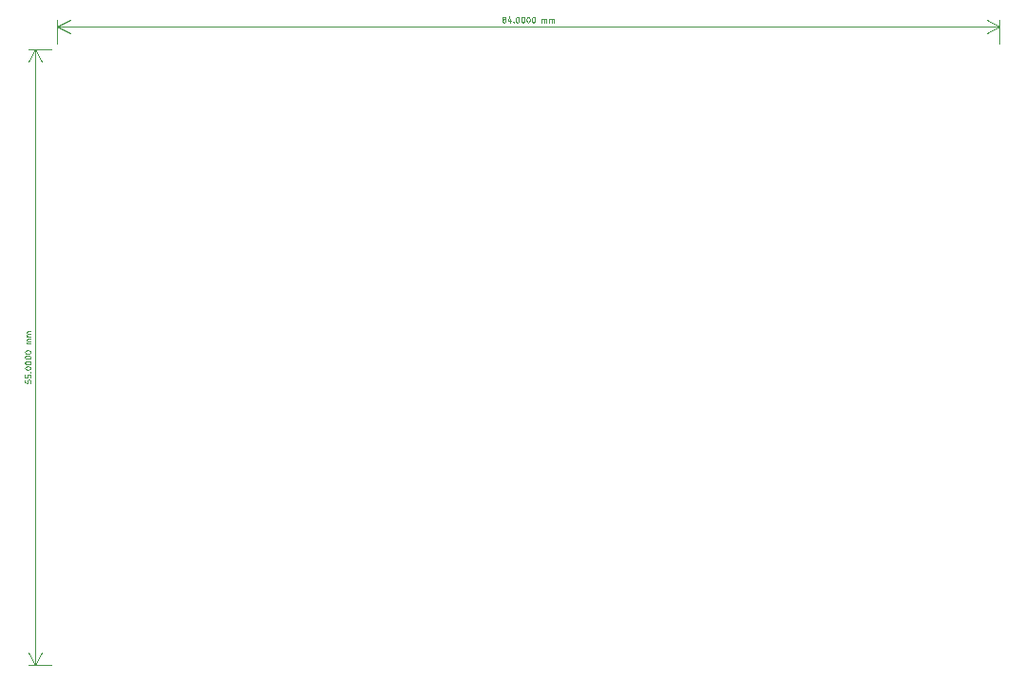
<source format=gbr>
%TF.GenerationSoftware,KiCad,Pcbnew,8.99.0-2767-g6be6680d8c*%
%TF.CreationDate,2024-10-27T19:28:18+01:00*%
%TF.ProjectId,SBC,5342432e-6b69-4636-9164-5f7063625858,rev?*%
%TF.SameCoordinates,Original*%
%TF.FileFunction,Other,ECO1*%
%FSLAX46Y46*%
G04 Gerber Fmt 4.6, Leading zero omitted, Abs format (unit mm)*
G04 Created by KiCad (PCBNEW 8.99.0-2767-g6be6680d8c) date 2024-10-27 19:28:18*
%MOMM*%
%LPD*%
G01*
G04 APERTURE LIST*
%ADD10C,0.100000*%
G04 APERTURE END LIST*
D10*
X97351197Y-74885410D02*
X97303578Y-74861600D01*
X97303578Y-74861600D02*
X97279768Y-74837791D01*
X97279768Y-74837791D02*
X97255959Y-74790172D01*
X97255959Y-74790172D02*
X97255959Y-74766362D01*
X97255959Y-74766362D02*
X97279768Y-74718743D01*
X97279768Y-74718743D02*
X97303578Y-74694934D01*
X97303578Y-74694934D02*
X97351197Y-74671124D01*
X97351197Y-74671124D02*
X97446435Y-74671124D01*
X97446435Y-74671124D02*
X97494054Y-74694934D01*
X97494054Y-74694934D02*
X97517863Y-74718743D01*
X97517863Y-74718743D02*
X97541673Y-74766362D01*
X97541673Y-74766362D02*
X97541673Y-74790172D01*
X97541673Y-74790172D02*
X97517863Y-74837791D01*
X97517863Y-74837791D02*
X97494054Y-74861600D01*
X97494054Y-74861600D02*
X97446435Y-74885410D01*
X97446435Y-74885410D02*
X97351197Y-74885410D01*
X97351197Y-74885410D02*
X97303578Y-74909219D01*
X97303578Y-74909219D02*
X97279768Y-74933029D01*
X97279768Y-74933029D02*
X97255959Y-74980648D01*
X97255959Y-74980648D02*
X97255959Y-75075886D01*
X97255959Y-75075886D02*
X97279768Y-75123505D01*
X97279768Y-75123505D02*
X97303578Y-75147315D01*
X97303578Y-75147315D02*
X97351197Y-75171124D01*
X97351197Y-75171124D02*
X97446435Y-75171124D01*
X97446435Y-75171124D02*
X97494054Y-75147315D01*
X97494054Y-75147315D02*
X97517863Y-75123505D01*
X97517863Y-75123505D02*
X97541673Y-75075886D01*
X97541673Y-75075886D02*
X97541673Y-74980648D01*
X97541673Y-74980648D02*
X97517863Y-74933029D01*
X97517863Y-74933029D02*
X97494054Y-74909219D01*
X97494054Y-74909219D02*
X97446435Y-74885410D01*
X97970244Y-74837791D02*
X97970244Y-75171124D01*
X97851196Y-74647315D02*
X97732149Y-75004457D01*
X97732149Y-75004457D02*
X98041672Y-75004457D01*
X98232148Y-75123505D02*
X98255958Y-75147315D01*
X98255958Y-75147315D02*
X98232148Y-75171124D01*
X98232148Y-75171124D02*
X98208339Y-75147315D01*
X98208339Y-75147315D02*
X98232148Y-75123505D01*
X98232148Y-75123505D02*
X98232148Y-75171124D01*
X98565481Y-74671124D02*
X98613100Y-74671124D01*
X98613100Y-74671124D02*
X98660719Y-74694934D01*
X98660719Y-74694934D02*
X98684529Y-74718743D01*
X98684529Y-74718743D02*
X98708338Y-74766362D01*
X98708338Y-74766362D02*
X98732148Y-74861600D01*
X98732148Y-74861600D02*
X98732148Y-74980648D01*
X98732148Y-74980648D02*
X98708338Y-75075886D01*
X98708338Y-75075886D02*
X98684529Y-75123505D01*
X98684529Y-75123505D02*
X98660719Y-75147315D01*
X98660719Y-75147315D02*
X98613100Y-75171124D01*
X98613100Y-75171124D02*
X98565481Y-75171124D01*
X98565481Y-75171124D02*
X98517862Y-75147315D01*
X98517862Y-75147315D02*
X98494053Y-75123505D01*
X98494053Y-75123505D02*
X98470243Y-75075886D01*
X98470243Y-75075886D02*
X98446434Y-74980648D01*
X98446434Y-74980648D02*
X98446434Y-74861600D01*
X98446434Y-74861600D02*
X98470243Y-74766362D01*
X98470243Y-74766362D02*
X98494053Y-74718743D01*
X98494053Y-74718743D02*
X98517862Y-74694934D01*
X98517862Y-74694934D02*
X98565481Y-74671124D01*
X99041671Y-74671124D02*
X99089290Y-74671124D01*
X99089290Y-74671124D02*
X99136909Y-74694934D01*
X99136909Y-74694934D02*
X99160719Y-74718743D01*
X99160719Y-74718743D02*
X99184528Y-74766362D01*
X99184528Y-74766362D02*
X99208338Y-74861600D01*
X99208338Y-74861600D02*
X99208338Y-74980648D01*
X99208338Y-74980648D02*
X99184528Y-75075886D01*
X99184528Y-75075886D02*
X99160719Y-75123505D01*
X99160719Y-75123505D02*
X99136909Y-75147315D01*
X99136909Y-75147315D02*
X99089290Y-75171124D01*
X99089290Y-75171124D02*
X99041671Y-75171124D01*
X99041671Y-75171124D02*
X98994052Y-75147315D01*
X98994052Y-75147315D02*
X98970243Y-75123505D01*
X98970243Y-75123505D02*
X98946433Y-75075886D01*
X98946433Y-75075886D02*
X98922624Y-74980648D01*
X98922624Y-74980648D02*
X98922624Y-74861600D01*
X98922624Y-74861600D02*
X98946433Y-74766362D01*
X98946433Y-74766362D02*
X98970243Y-74718743D01*
X98970243Y-74718743D02*
X98994052Y-74694934D01*
X98994052Y-74694934D02*
X99041671Y-74671124D01*
X99517861Y-74671124D02*
X99565480Y-74671124D01*
X99565480Y-74671124D02*
X99613099Y-74694934D01*
X99613099Y-74694934D02*
X99636909Y-74718743D01*
X99636909Y-74718743D02*
X99660718Y-74766362D01*
X99660718Y-74766362D02*
X99684528Y-74861600D01*
X99684528Y-74861600D02*
X99684528Y-74980648D01*
X99684528Y-74980648D02*
X99660718Y-75075886D01*
X99660718Y-75075886D02*
X99636909Y-75123505D01*
X99636909Y-75123505D02*
X99613099Y-75147315D01*
X99613099Y-75147315D02*
X99565480Y-75171124D01*
X99565480Y-75171124D02*
X99517861Y-75171124D01*
X99517861Y-75171124D02*
X99470242Y-75147315D01*
X99470242Y-75147315D02*
X99446433Y-75123505D01*
X99446433Y-75123505D02*
X99422623Y-75075886D01*
X99422623Y-75075886D02*
X99398814Y-74980648D01*
X99398814Y-74980648D02*
X99398814Y-74861600D01*
X99398814Y-74861600D02*
X99422623Y-74766362D01*
X99422623Y-74766362D02*
X99446433Y-74718743D01*
X99446433Y-74718743D02*
X99470242Y-74694934D01*
X99470242Y-74694934D02*
X99517861Y-74671124D01*
X99994051Y-74671124D02*
X100041670Y-74671124D01*
X100041670Y-74671124D02*
X100089289Y-74694934D01*
X100089289Y-74694934D02*
X100113099Y-74718743D01*
X100113099Y-74718743D02*
X100136908Y-74766362D01*
X100136908Y-74766362D02*
X100160718Y-74861600D01*
X100160718Y-74861600D02*
X100160718Y-74980648D01*
X100160718Y-74980648D02*
X100136908Y-75075886D01*
X100136908Y-75075886D02*
X100113099Y-75123505D01*
X100113099Y-75123505D02*
X100089289Y-75147315D01*
X100089289Y-75147315D02*
X100041670Y-75171124D01*
X100041670Y-75171124D02*
X99994051Y-75171124D01*
X99994051Y-75171124D02*
X99946432Y-75147315D01*
X99946432Y-75147315D02*
X99922623Y-75123505D01*
X99922623Y-75123505D02*
X99898813Y-75075886D01*
X99898813Y-75075886D02*
X99875004Y-74980648D01*
X99875004Y-74980648D02*
X99875004Y-74861600D01*
X99875004Y-74861600D02*
X99898813Y-74766362D01*
X99898813Y-74766362D02*
X99922623Y-74718743D01*
X99922623Y-74718743D02*
X99946432Y-74694934D01*
X99946432Y-74694934D02*
X99994051Y-74671124D01*
X100755955Y-75171124D02*
X100755955Y-74837791D01*
X100755955Y-74885410D02*
X100779765Y-74861600D01*
X100779765Y-74861600D02*
X100827384Y-74837791D01*
X100827384Y-74837791D02*
X100898812Y-74837791D01*
X100898812Y-74837791D02*
X100946431Y-74861600D01*
X100946431Y-74861600D02*
X100970241Y-74909219D01*
X100970241Y-74909219D02*
X100970241Y-75171124D01*
X100970241Y-74909219D02*
X100994050Y-74861600D01*
X100994050Y-74861600D02*
X101041669Y-74837791D01*
X101041669Y-74837791D02*
X101113098Y-74837791D01*
X101113098Y-74837791D02*
X101160717Y-74861600D01*
X101160717Y-74861600D02*
X101184527Y-74909219D01*
X101184527Y-74909219D02*
X101184527Y-75171124D01*
X101422622Y-75171124D02*
X101422622Y-74837791D01*
X101422622Y-74885410D02*
X101446432Y-74861600D01*
X101446432Y-74861600D02*
X101494051Y-74837791D01*
X101494051Y-74837791D02*
X101565479Y-74837791D01*
X101565479Y-74837791D02*
X101613098Y-74861600D01*
X101613098Y-74861600D02*
X101636908Y-74909219D01*
X101636908Y-74909219D02*
X101636908Y-75171124D01*
X101636908Y-74909219D02*
X101660717Y-74861600D01*
X101660717Y-74861600D02*
X101708336Y-74837791D01*
X101708336Y-74837791D02*
X101779765Y-74837791D01*
X101779765Y-74837791D02*
X101827384Y-74861600D01*
X101827384Y-74861600D02*
X101851194Y-74909219D01*
X101851194Y-74909219D02*
X101851194Y-75171124D01*
X141565481Y-77045014D02*
X141565481Y-74958595D01*
X57565481Y-77045014D02*
X57565481Y-74958595D01*
X141565481Y-75545015D02*
X57565481Y-75545015D01*
X141565481Y-75545015D02*
X57565481Y-75545015D01*
X141565481Y-75545015D02*
X140438977Y-76131436D01*
X141565481Y-75545015D02*
X140438977Y-74958594D01*
X57565481Y-75545015D02*
X58691985Y-74958594D01*
X57565481Y-75545015D02*
X58691985Y-76131436D01*
X141565481Y-75545015D02*
X57565481Y-75545015D01*
X141565481Y-75545015D02*
X57565481Y-75545015D01*
X141565481Y-75545015D02*
X140438977Y-76131436D01*
X141565481Y-75545015D02*
X140438977Y-74958594D01*
X57565481Y-75545015D02*
X58691985Y-74958594D01*
X57565481Y-75545015D02*
X58691985Y-76131436D01*
X54691590Y-107092631D02*
X54691590Y-107330726D01*
X54691590Y-107330726D02*
X54929685Y-107354535D01*
X54929685Y-107354535D02*
X54905876Y-107330726D01*
X54905876Y-107330726D02*
X54882066Y-107283107D01*
X54882066Y-107283107D02*
X54882066Y-107164059D01*
X54882066Y-107164059D02*
X54905876Y-107116440D01*
X54905876Y-107116440D02*
X54929685Y-107092631D01*
X54929685Y-107092631D02*
X54977304Y-107068821D01*
X54977304Y-107068821D02*
X55096352Y-107068821D01*
X55096352Y-107068821D02*
X55143971Y-107092631D01*
X55143971Y-107092631D02*
X55167781Y-107116440D01*
X55167781Y-107116440D02*
X55191590Y-107164059D01*
X55191590Y-107164059D02*
X55191590Y-107283107D01*
X55191590Y-107283107D02*
X55167781Y-107330726D01*
X55167781Y-107330726D02*
X55143971Y-107354535D01*
X54691590Y-106616441D02*
X54691590Y-106854536D01*
X54691590Y-106854536D02*
X54929685Y-106878345D01*
X54929685Y-106878345D02*
X54905876Y-106854536D01*
X54905876Y-106854536D02*
X54882066Y-106806917D01*
X54882066Y-106806917D02*
X54882066Y-106687869D01*
X54882066Y-106687869D02*
X54905876Y-106640250D01*
X54905876Y-106640250D02*
X54929685Y-106616441D01*
X54929685Y-106616441D02*
X54977304Y-106592631D01*
X54977304Y-106592631D02*
X55096352Y-106592631D01*
X55096352Y-106592631D02*
X55143971Y-106616441D01*
X55143971Y-106616441D02*
X55167781Y-106640250D01*
X55167781Y-106640250D02*
X55191590Y-106687869D01*
X55191590Y-106687869D02*
X55191590Y-106806917D01*
X55191590Y-106806917D02*
X55167781Y-106854536D01*
X55167781Y-106854536D02*
X55143971Y-106878345D01*
X55143971Y-106378346D02*
X55167781Y-106354536D01*
X55167781Y-106354536D02*
X55191590Y-106378346D01*
X55191590Y-106378346D02*
X55167781Y-106402155D01*
X55167781Y-106402155D02*
X55143971Y-106378346D01*
X55143971Y-106378346D02*
X55191590Y-106378346D01*
X54691590Y-106045013D02*
X54691590Y-105997394D01*
X54691590Y-105997394D02*
X54715400Y-105949775D01*
X54715400Y-105949775D02*
X54739209Y-105925965D01*
X54739209Y-105925965D02*
X54786828Y-105902156D01*
X54786828Y-105902156D02*
X54882066Y-105878346D01*
X54882066Y-105878346D02*
X55001114Y-105878346D01*
X55001114Y-105878346D02*
X55096352Y-105902156D01*
X55096352Y-105902156D02*
X55143971Y-105925965D01*
X55143971Y-105925965D02*
X55167781Y-105949775D01*
X55167781Y-105949775D02*
X55191590Y-105997394D01*
X55191590Y-105997394D02*
X55191590Y-106045013D01*
X55191590Y-106045013D02*
X55167781Y-106092632D01*
X55167781Y-106092632D02*
X55143971Y-106116441D01*
X55143971Y-106116441D02*
X55096352Y-106140251D01*
X55096352Y-106140251D02*
X55001114Y-106164060D01*
X55001114Y-106164060D02*
X54882066Y-106164060D01*
X54882066Y-106164060D02*
X54786828Y-106140251D01*
X54786828Y-106140251D02*
X54739209Y-106116441D01*
X54739209Y-106116441D02*
X54715400Y-106092632D01*
X54715400Y-106092632D02*
X54691590Y-106045013D01*
X54691590Y-105568823D02*
X54691590Y-105521204D01*
X54691590Y-105521204D02*
X54715400Y-105473585D01*
X54715400Y-105473585D02*
X54739209Y-105449775D01*
X54739209Y-105449775D02*
X54786828Y-105425966D01*
X54786828Y-105425966D02*
X54882066Y-105402156D01*
X54882066Y-105402156D02*
X55001114Y-105402156D01*
X55001114Y-105402156D02*
X55096352Y-105425966D01*
X55096352Y-105425966D02*
X55143971Y-105449775D01*
X55143971Y-105449775D02*
X55167781Y-105473585D01*
X55167781Y-105473585D02*
X55191590Y-105521204D01*
X55191590Y-105521204D02*
X55191590Y-105568823D01*
X55191590Y-105568823D02*
X55167781Y-105616442D01*
X55167781Y-105616442D02*
X55143971Y-105640251D01*
X55143971Y-105640251D02*
X55096352Y-105664061D01*
X55096352Y-105664061D02*
X55001114Y-105687870D01*
X55001114Y-105687870D02*
X54882066Y-105687870D01*
X54882066Y-105687870D02*
X54786828Y-105664061D01*
X54786828Y-105664061D02*
X54739209Y-105640251D01*
X54739209Y-105640251D02*
X54715400Y-105616442D01*
X54715400Y-105616442D02*
X54691590Y-105568823D01*
X54691590Y-105092633D02*
X54691590Y-105045014D01*
X54691590Y-105045014D02*
X54715400Y-104997395D01*
X54715400Y-104997395D02*
X54739209Y-104973585D01*
X54739209Y-104973585D02*
X54786828Y-104949776D01*
X54786828Y-104949776D02*
X54882066Y-104925966D01*
X54882066Y-104925966D02*
X55001114Y-104925966D01*
X55001114Y-104925966D02*
X55096352Y-104949776D01*
X55096352Y-104949776D02*
X55143971Y-104973585D01*
X55143971Y-104973585D02*
X55167781Y-104997395D01*
X55167781Y-104997395D02*
X55191590Y-105045014D01*
X55191590Y-105045014D02*
X55191590Y-105092633D01*
X55191590Y-105092633D02*
X55167781Y-105140252D01*
X55167781Y-105140252D02*
X55143971Y-105164061D01*
X55143971Y-105164061D02*
X55096352Y-105187871D01*
X55096352Y-105187871D02*
X55001114Y-105211680D01*
X55001114Y-105211680D02*
X54882066Y-105211680D01*
X54882066Y-105211680D02*
X54786828Y-105187871D01*
X54786828Y-105187871D02*
X54739209Y-105164061D01*
X54739209Y-105164061D02*
X54715400Y-105140252D01*
X54715400Y-105140252D02*
X54691590Y-105092633D01*
X54691590Y-104616443D02*
X54691590Y-104568824D01*
X54691590Y-104568824D02*
X54715400Y-104521205D01*
X54715400Y-104521205D02*
X54739209Y-104497395D01*
X54739209Y-104497395D02*
X54786828Y-104473586D01*
X54786828Y-104473586D02*
X54882066Y-104449776D01*
X54882066Y-104449776D02*
X55001114Y-104449776D01*
X55001114Y-104449776D02*
X55096352Y-104473586D01*
X55096352Y-104473586D02*
X55143971Y-104497395D01*
X55143971Y-104497395D02*
X55167781Y-104521205D01*
X55167781Y-104521205D02*
X55191590Y-104568824D01*
X55191590Y-104568824D02*
X55191590Y-104616443D01*
X55191590Y-104616443D02*
X55167781Y-104664062D01*
X55167781Y-104664062D02*
X55143971Y-104687871D01*
X55143971Y-104687871D02*
X55096352Y-104711681D01*
X55096352Y-104711681D02*
X55001114Y-104735490D01*
X55001114Y-104735490D02*
X54882066Y-104735490D01*
X54882066Y-104735490D02*
X54786828Y-104711681D01*
X54786828Y-104711681D02*
X54739209Y-104687871D01*
X54739209Y-104687871D02*
X54715400Y-104664062D01*
X54715400Y-104664062D02*
X54691590Y-104616443D01*
X55191590Y-103854539D02*
X54858257Y-103854539D01*
X54905876Y-103854539D02*
X54882066Y-103830729D01*
X54882066Y-103830729D02*
X54858257Y-103783110D01*
X54858257Y-103783110D02*
X54858257Y-103711682D01*
X54858257Y-103711682D02*
X54882066Y-103664063D01*
X54882066Y-103664063D02*
X54929685Y-103640253D01*
X54929685Y-103640253D02*
X55191590Y-103640253D01*
X54929685Y-103640253D02*
X54882066Y-103616444D01*
X54882066Y-103616444D02*
X54858257Y-103568825D01*
X54858257Y-103568825D02*
X54858257Y-103497396D01*
X54858257Y-103497396D02*
X54882066Y-103449777D01*
X54882066Y-103449777D02*
X54929685Y-103425967D01*
X54929685Y-103425967D02*
X55191590Y-103425967D01*
X55191590Y-103187872D02*
X54858257Y-103187872D01*
X54905876Y-103187872D02*
X54882066Y-103164062D01*
X54882066Y-103164062D02*
X54858257Y-103116443D01*
X54858257Y-103116443D02*
X54858257Y-103045015D01*
X54858257Y-103045015D02*
X54882066Y-102997396D01*
X54882066Y-102997396D02*
X54929685Y-102973586D01*
X54929685Y-102973586D02*
X55191590Y-102973586D01*
X54929685Y-102973586D02*
X54882066Y-102949777D01*
X54882066Y-102949777D02*
X54858257Y-102902158D01*
X54858257Y-102902158D02*
X54858257Y-102830729D01*
X54858257Y-102830729D02*
X54882066Y-102783110D01*
X54882066Y-102783110D02*
X54929685Y-102759300D01*
X54929685Y-102759300D02*
X55191590Y-102759300D01*
X57065481Y-77545014D02*
X54979061Y-77545014D01*
X57065481Y-132545014D02*
X54979061Y-132545014D01*
X55565481Y-77545014D02*
X55565481Y-132545014D01*
X55565481Y-77545014D02*
X55565481Y-132545014D01*
X55565481Y-77545014D02*
X56151902Y-78671518D01*
X55565481Y-77545014D02*
X54979060Y-78671518D01*
X55565481Y-132545014D02*
X54979060Y-131418510D01*
X55565481Y-132545014D02*
X56151902Y-131418510D01*
X55565481Y-77545014D02*
X55565481Y-132545014D01*
X55565481Y-77545014D02*
X55565481Y-132545014D01*
X55565481Y-77545014D02*
X56151902Y-78671518D01*
X55565481Y-77545014D02*
X54979060Y-78671518D01*
X55565481Y-132545014D02*
X54979060Y-131418510D01*
X55565481Y-132545014D02*
X56151902Y-131418510D01*
M02*

</source>
